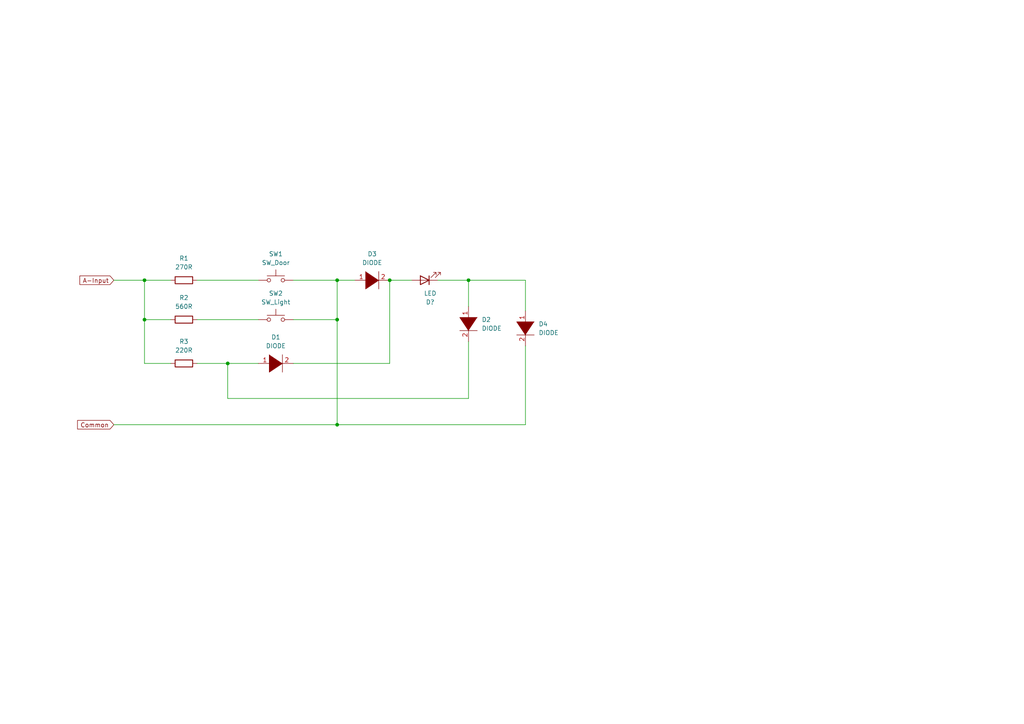
<source format=kicad_sch>
(kicad_sch (version 20230121) (generator eeschema)
  (paper "A4")
  (title_block (title "Prolift 430R - Wired Remote") (company "Merlin"))
  (lib_symbols
    (symbol "Device:LED" (pin_numbers hide) (pin_names (offset 1.016) hide)
      (property "Reference" "D" (at 0 2.54 0))
      (property "Value" "LED" (at 0 -2.54 0))
      (symbol "LED_0_1"
        (polyline (pts (xy -1.27 -1.27) (xy -1.27 1.27)) (stroke (width 0.254)))
        (polyline (pts (xy -1.27 0) (xy 1.27 0)))
        (polyline (pts (xy 1.27 -1.27) (xy 1.27 1.27) (xy -1.27 0) (xy 1.27 -1.27)) (stroke (width 0.254)))
        (polyline (pts (xy -3.048 -0.762) (xy -4.572 -2.286) (xy -3.81 -2.286) (xy -4.572 -2.286) (xy -4.572 -1.524)))
        (polyline (pts (xy -1.778 -0.762) (xy -3.302 -2.286) (xy -2.54 -2.286) (xy -3.302 -2.286) (xy -3.302 -1.524)))
      )
      (symbol "LED_1_1"
        (pin passive line (at -3.81 0 0) (length 2.54) (name "K") (number "1"))
        (pin passive line (at 3.81 0 180) (length 2.54) (name "A") (number "2"))
      )
    )
    (symbol "Device:R" (pin_numbers hide) (pin_names (offset 0))
      (property "Reference" "R" (at 2.032 0 90))
      (property "Value" "R" (at 0 0 90))
      (symbol "R_0_1"
        (rectangle (start -1.016 -2.54) (end 1.016 2.54) (stroke (width 0.254)))
      )
      (symbol "R_1_1"
        (pin passive line (at 0 3.81 270) (length 1.27) (name "~") (number "1"))
        (pin passive line (at 0 -3.81 90) (length 1.27) (name "~") (number "2"))
      )
    )
    (symbol "Switch:SW_Push" (pin_numbers hide) (pin_names (offset 1.016) hide)
      (property "Reference" "SW" (at 1.27 2.54 0))
      (property "Value" "SW_Push" (at 0 -1.524 0))
      (symbol "SW_Push_0_1"
        (circle (center -2.032 0) (radius 0.508))
        (polyline (pts (xy 0 1.27) (xy 0 3.048)))
        (polyline (pts (xy 2.54 1.27) (xy -2.54 1.27)))
        (circle (center 2.032 0) (radius 0.508))
        (pin passive line (at -5.08 0 0) (length 2.54) (name "1") (number "1"))
        (pin passive line (at 5.08 0 180) (length 2.54) (name "2") (number "2"))
      )
    )
    (symbol "pspice:DIODE" (pin_names (offset 1.016) hide)
      (property "Reference" "D" (at 0 3.81 0))
      (property "Value" "DIODE" (at 0 -4.445 0))
      (symbol "DIODE_0_1"
        (polyline (pts (xy 1.905 2.54) (xy 1.905 -2.54)))
        (polyline (pts (xy -1.905 2.54) (xy -1.905 -2.54) (xy 1.905 0)) (fill (type outline)))
      )
      (symbol "DIODE_1_1"
        (pin input line (at -5.08 0 0) (length 3.81) (name "K") (number "1"))
        (pin input line (at 5.08 0 180) (length 3.81) (name "A") (number "2"))
      )
    )
  )
  (junction (at 113.03 81.28))
  (junction (at 97.79 81.28))
  (junction (at 97.79 92.71))
  (junction (at 41.91 92.71))
  (junction (at 97.79 123.19))
  (junction (at 41.91 81.28))
  (junction (at 66.04 105.41))
  (junction (at 135.89 81.28))
  (wire (pts (xy 85.09 92.71) (xy 97.79 92.71)))
  (wire (pts (xy 33.02 123.19) (xy 97.79 123.19)))
  (wire (pts (xy 66.04 105.41) (xy 66.04 115.57)))
  (wire (pts (xy 66.04 105.41) (xy 74.93 105.41)))
  (wire (pts (xy 41.91 81.28) (xy 49.53 81.28)))
  (wire (pts (xy 97.79 81.28) (xy 102.87 81.28)))
  (wire (pts (xy 33.02 81.28) (xy 41.91 81.28)))
  (wire (pts (xy 135.89 115.57) (xy 135.89 99.06)))
  (wire (pts (xy 41.91 105.41) (xy 41.91 92.71)))
  (wire (pts (xy 152.4 90.17) (xy 152.4 81.28)))
  (wire (pts (xy 135.89 81.28) (xy 135.89 88.9)))
  (wire (pts (xy 85.09 81.28) (xy 97.79 81.28)))
  (wire (pts (xy 152.4 100.33) (xy 152.4 123.19)))
  (wire (pts (xy 57.15 92.71) (xy 74.93 92.71)))
  (wire (pts (xy 49.53 92.71) (xy 41.91 92.71)))
  (wire (pts (xy 66.04 115.57) (xy 135.89 115.57)))
  (wire (pts (xy 97.79 81.28) (xy 97.79 92.71)))
  (wire (pts (xy 113.03 81.28) (xy 113.03 105.41)))
  (wire (pts (xy 41.91 92.71) (xy 41.91 81.28)))
  (wire (pts (xy 57.15 105.41) (xy 66.04 105.41)))
  (wire (pts (xy 135.89 81.28) (xy 127 81.28)))
  (wire (pts (xy 85.09 105.41) (xy 113.03 105.41)))
  (wire (pts (xy 113.03 81.28) (xy 119.38 81.28)))
  (wire (pts (xy 49.53 105.41) (xy 41.91 105.41)))
  (wire (pts (xy 152.4 81.28) (xy 135.89 81.28)))
  (wire (pts (xy 97.79 123.19) (xy 152.4 123.19)))
  (wire (pts (xy 97.79 92.71) (xy 97.79 123.19)))
  (wire (pts (xy 57.15 81.28) (xy 74.93 81.28)))
  (global_label "A-Input" (shape input) (at 33.02 81.28 180) (property "Intersheetrefs" "${INTERSHEET_REFS}" (effects hide)))
  (global_label "Common" (shape input) (at 33.02 123.19 180) (property "Intersheetrefs" "${INTERSHEET_REFS}" (effects hide)))
  (symbol (lib_id "Device:R") (at 53.34 92.71 90) (unit 1)
    (property "Reference" "R2" (at 53.34 86.36 90))
    (property "Value" "560R" (at 53.34 88.9 90))
  )
  (symbol (lib_id "pspice:DIODE") (at 135.89 93.98 270) (unit 1)
    (property "Reference" "D2" (at 139.7 92.7099 90) (effects (justify left)))
    (property "Value" "DIODE" (at 139.7 95.2499 90) (effects (justify left)))
  )
  (symbol (lib_id "Device:R") (at 53.34 105.41 90) (unit 1)
    (property "Reference" "R3" (at 53.34 99.06 90))
    (property "Value" "220R" (at 53.34 101.6 90))
  )
  (symbol (lib_id "pspice:DIODE") (at 152.4 95.25 270) (unit 1)
    (property "Reference" "D4" (at 156.21 93.9799 90) (effects (justify left)))
    (property "Value" "DIODE" (at 156.21 96.5199 90) (effects (justify left)))
  )
  (symbol (lib_id "pspice:DIODE") (at 80.01 105.41 0) (unit 1)
    (property "Reference" "D1" (at 80.01 97.79 0))
    (property "Value" "DIODE" (at 80.01 100.33 0))
  )
  (symbol (lib_id "pspice:DIODE") (at 107.95 81.28 0) (unit 1)
    (property "Reference" "D3" (at 107.95 73.66 0))
    (property "Value" "DIODE" (at 107.95 76.2 0))
  )
  (symbol (lib_id "Switch:SW_Push") (at 80.01 81.28 0) (unit 1)
    (property "Reference" "SW1" (at 80.01 73.66 0))
    (property "Value" "SW_Door" (at 80.01 76.2 0))
  )
  (symbol (lib_id "Switch:SW_Push") (at 80.01 92.71 0) (unit 1)
    (property "Reference" "SW2" (at 80.01 85.09 0))
    (property "Value" "SW_Light" (at 80.01 87.63 0))
  )
  (symbol (lib_id "Device:LED") (at 123.19 81.28 180) (unit 1)
    (property "Reference" "D?" (at 124.7775 87.63 0))
    (property "Value" "LED" (at 124.7775 85.09 0))
  )
  (symbol (lib_id "Device:R") (at 53.34 81.28 90) (unit 1)
    (property "Reference" "R1" (at 53.34 74.93 90))
    (property "Value" "270R" (at 53.34 77.47 90))
  )
)
</source>
